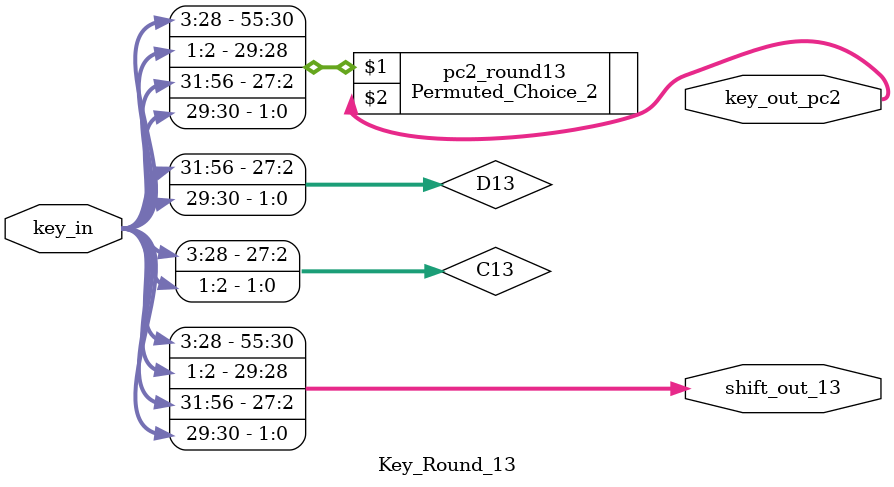
<source format=v>
`timescale 1ns / 1ps
module Key_Round_13(
    input [1:56] key_in,
    output [1:56] shift_out_13,
    output [1:48] key_out_pc2
    );

wire [1:28] C13,D13;
assign C13={key_in[3:28],key_in[1:2]};
assign D13={key_in[31:56],key_in[29:30]};
assign shift_out_13={C13,D13};

Permuted_Choice_2 pc2_round13(shift_out_13, key_out_pc2);
endmodule

</source>
